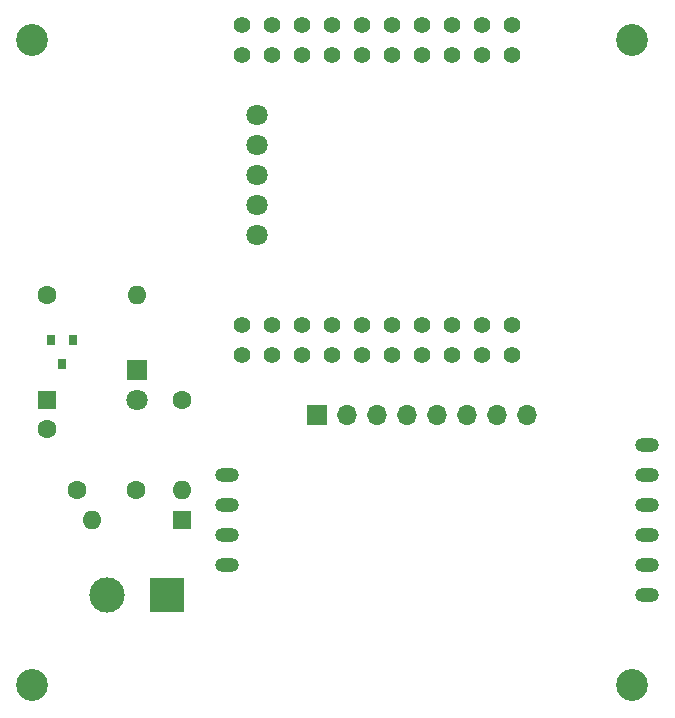
<source format=gts>
G04 #@! TF.GenerationSoftware,KiCad,Pcbnew,(5.1.12)-1*
G04 #@! TF.CreationDate,2021-12-10T17:41:23+01:00*
G04 #@! TF.ProjectId,EmlaLockSafe_Controller_BoardV2,456d6c61-4c6f-4636-9b53-6166655f436f,rev?*
G04 #@! TF.SameCoordinates,Original*
G04 #@! TF.FileFunction,Soldermask,Top*
G04 #@! TF.FilePolarity,Negative*
%FSLAX46Y46*%
G04 Gerber Fmt 4.6, Leading zero omitted, Abs format (unit mm)*
G04 Created by KiCad (PCBNEW (5.1.12)-1) date 2021-12-10 17:41:23*
%MOMM*%
%LPD*%
G01*
G04 APERTURE LIST*
%ADD10C,1.800000*%
%ADD11C,2.700000*%
%ADD12C,1.400000*%
%ADD13O,2.000000X1.200000*%
%ADD14O,1.600000X1.600000*%
%ADD15C,1.600000*%
%ADD16O,1.700000X1.700000*%
%ADD17R,1.700000X1.700000*%
%ADD18R,1.800000X1.800000*%
%ADD19R,1.600000X1.600000*%
%ADD20C,3.000000*%
%ADD21R,3.000000X3.000000*%
%ADD22R,0.800000X0.900000*%
G04 APERTURE END LIST*
D10*
X35560000Y-33020000D03*
X35560000Y-30480000D03*
X35560000Y-27940000D03*
X35560000Y-25400000D03*
X35560000Y-22860000D03*
D11*
X67310000Y-16510000D03*
D12*
X57150000Y-17780000D03*
X57150000Y-15240000D03*
X54610000Y-15240000D03*
X54610000Y-17780000D03*
X52070000Y-15240000D03*
X52070000Y-17780000D03*
X49530000Y-15240000D03*
X49530000Y-17780000D03*
X46990000Y-15240000D03*
X46990000Y-17780000D03*
X44450000Y-15240000D03*
X44450000Y-17780000D03*
X41910000Y-15240000D03*
X41910000Y-17780000D03*
X39370000Y-15240000D03*
X39370000Y-17780000D03*
X36830000Y-15240000D03*
X36830000Y-17780000D03*
X34290000Y-15240000D03*
X34290000Y-17780000D03*
X57150000Y-40640000D03*
X57150000Y-43180000D03*
X54610000Y-40640000D03*
X54610000Y-43180000D03*
X52070000Y-40640000D03*
X52070000Y-43180000D03*
X49530000Y-40640000D03*
X49530000Y-43180000D03*
X46990000Y-40640000D03*
X46990000Y-43180000D03*
X44450000Y-40640000D03*
X44450000Y-43180000D03*
X41910000Y-40640000D03*
X41910000Y-43180000D03*
X39370000Y-40640000D03*
X39370000Y-43180000D03*
X36830000Y-40640000D03*
X36830000Y-43180000D03*
X34290000Y-40640000D03*
X34290000Y-43180000D03*
D11*
X67310000Y-71120000D03*
X16510000Y-71120000D03*
X16510000Y-16510000D03*
D13*
X33020000Y-60960000D03*
X33020000Y-58420000D03*
X33020000Y-55880000D03*
X33020000Y-53340000D03*
X68580000Y-63500000D03*
X68580000Y-60960000D03*
X68580000Y-58420000D03*
X68580000Y-55880000D03*
X68580000Y-53340000D03*
X68580000Y-50800000D03*
D14*
X29210000Y-54610000D03*
D15*
X29210000Y-46990000D03*
D16*
X58420000Y-48260000D03*
X55880000Y-48260000D03*
X53340000Y-48260000D03*
X50800000Y-48260000D03*
X48260000Y-48260000D03*
X45720000Y-48260000D03*
X43180000Y-48260000D03*
D17*
X40640000Y-48260000D03*
D10*
X25400000Y-46990000D03*
D18*
X25400000Y-44450000D03*
D14*
X21590000Y-57150000D03*
D19*
X29210000Y-57150000D03*
D20*
X22860000Y-63500000D03*
D21*
X27940000Y-63500000D03*
D14*
X25400000Y-38100000D03*
D15*
X17780000Y-38100000D03*
D22*
X19050000Y-43910000D03*
X18100000Y-41910000D03*
X20000000Y-41910000D03*
D15*
X17780000Y-49490000D03*
D19*
X17780000Y-46990000D03*
D15*
X20320000Y-54610000D03*
X25320000Y-54610000D03*
M02*

</source>
